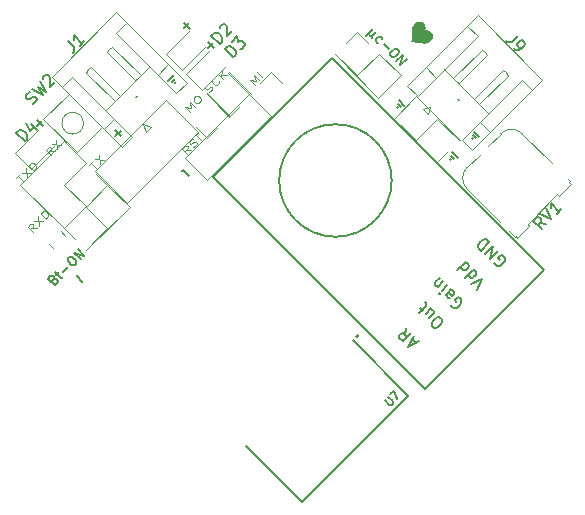
<source format=gto>
G04 #@! TF.GenerationSoftware,KiCad,Pcbnew,(7.0.0)*
G04 #@! TF.CreationDate,2023-04-27T15:14:50-06:00*
G04 #@! TF.ProjectId,Fonocardiograma_V3C,466f6e6f-6361-4726-9469-6f6772616d61,rev?*
G04 #@! TF.SameCoordinates,Original*
G04 #@! TF.FileFunction,Legend,Top*
G04 #@! TF.FilePolarity,Positive*
%FSLAX46Y46*%
G04 Gerber Fmt 4.6, Leading zero omitted, Abs format (unit mm)*
G04 Created by KiCad (PCBNEW (7.0.0)) date 2023-04-27 15:14:50*
%MOMM*%
%LPD*%
G01*
G04 APERTURE LIST*
%ADD10C,0.000000*%
%ADD11C,0.150000*%
%ADD12C,0.125000*%
%ADD13C,0.127000*%
%ADD14C,0.200000*%
%ADD15C,0.120000*%
%ADD16C,0.203200*%
G04 APERTURE END LIST*
D10*
G36*
X111413479Y-48289024D02*
G01*
X111422196Y-48289321D01*
X111431183Y-48289796D01*
X111449747Y-48291248D01*
X111468701Y-48293310D01*
X111487604Y-48295957D01*
X111505992Y-48299093D01*
X111514869Y-48300847D01*
X111523438Y-48302695D01*
X111531659Y-48304637D01*
X111539468Y-48306685D01*
X111566052Y-48314813D01*
X111592101Y-48324434D01*
X111617584Y-48335484D01*
X111642422Y-48347921D01*
X111666576Y-48361688D01*
X111689964Y-48376755D01*
X111712566Y-48393079D01*
X111734304Y-48410581D01*
X111755128Y-48429239D01*
X111774973Y-48449007D01*
X111793805Y-48469837D01*
X111811539Y-48491676D01*
X111828147Y-48514466D01*
X111843551Y-48538171D01*
X111857703Y-48562748D01*
X111870573Y-48588146D01*
X111880637Y-48610954D01*
X111889553Y-48634326D01*
X111897343Y-48658235D01*
X111903991Y-48682613D01*
X111909498Y-48707454D01*
X111913836Y-48732680D01*
X111917043Y-48758259D01*
X111919091Y-48784149D01*
X111919992Y-48810328D01*
X111919738Y-48836730D01*
X111918323Y-48863306D01*
X111915735Y-48890023D01*
X111911988Y-48916847D01*
X111907085Y-48943713D01*
X111901004Y-48970588D01*
X111893748Y-48997449D01*
X111892071Y-49003266D01*
X111890519Y-49008766D01*
X111889133Y-49013787D01*
X111887940Y-49018246D01*
X111887000Y-49022000D01*
X111886305Y-49024908D01*
X111886069Y-49026009D01*
X111885914Y-49026876D01*
X111885829Y-49027448D01*
X111885830Y-49027647D01*
X111885835Y-49027760D01*
X111885905Y-49027823D01*
X111885983Y-49027891D01*
X111886282Y-49027994D01*
X111886739Y-49028083D01*
X111887347Y-49028146D01*
X111888082Y-49028161D01*
X111888958Y-49028166D01*
X111891040Y-49028093D01*
X111893559Y-49027931D01*
X111896383Y-49027677D01*
X111899496Y-49027322D01*
X111902815Y-49026881D01*
X111906660Y-49026372D01*
X111911302Y-49025842D01*
X111922252Y-49024714D01*
X111934256Y-49023634D01*
X111945900Y-49022759D01*
X111985780Y-49021231D01*
X112024955Y-49022105D01*
X112063327Y-49025333D01*
X112100839Y-49030865D01*
X112137412Y-49038684D01*
X112172948Y-49048752D01*
X112207393Y-49061009D01*
X112240670Y-49075441D01*
X112272691Y-49091994D01*
X112303373Y-49110655D01*
X112332647Y-49131365D01*
X112360454Y-49154116D01*
X112386669Y-49178838D01*
X112411263Y-49205500D01*
X112434127Y-49234080D01*
X112455209Y-49264548D01*
X112466264Y-49282472D01*
X112476545Y-49300648D01*
X112486022Y-49319052D01*
X112494711Y-49337673D01*
X112502621Y-49356480D01*
X112509737Y-49375487D01*
X112516053Y-49394669D01*
X112521554Y-49414005D01*
X112526264Y-49433505D01*
X112530160Y-49453151D01*
X112533258Y-49472904D01*
X112535531Y-49492776D01*
X112536985Y-49512757D01*
X112537628Y-49532832D01*
X112537448Y-49552975D01*
X112536420Y-49573187D01*
X112535532Y-49584568D01*
X112534420Y-49595712D01*
X112533105Y-49606658D01*
X112531608Y-49617437D01*
X112529891Y-49628050D01*
X112527958Y-49638515D01*
X112525809Y-49648853D01*
X112523440Y-49659064D01*
X112520841Y-49669207D01*
X112518007Y-49679275D01*
X112514953Y-49689308D01*
X112511641Y-49699291D01*
X112508072Y-49709270D01*
X112504277Y-49719244D01*
X112500207Y-49729253D01*
X112495891Y-49739289D01*
X112488141Y-49756102D01*
X112479926Y-49772433D01*
X112471215Y-49788323D01*
X112461994Y-49803819D01*
X112452184Y-49818955D01*
X112441802Y-49833785D01*
X112430767Y-49848344D01*
X112419073Y-49862665D01*
X112406672Y-49876810D01*
X112393544Y-49890792D01*
X112379630Y-49904682D01*
X112364911Y-49918511D01*
X112349349Y-49932297D01*
X112332910Y-49946108D01*
X112315568Y-49959966D01*
X112297287Y-49973943D01*
X112259303Y-50001289D01*
X112221920Y-50026080D01*
X112184869Y-50048364D01*
X112147922Y-50068223D01*
X112110864Y-50085695D01*
X112073457Y-50100823D01*
X112035461Y-50113662D01*
X111996651Y-50124321D01*
X111956798Y-50132790D01*
X111915682Y-50139165D01*
X111873064Y-50143480D01*
X111828712Y-50145804D01*
X111782370Y-50146184D01*
X111733877Y-50144691D01*
X111682915Y-50141369D01*
X111629316Y-50136281D01*
X111567033Y-50129042D01*
X111497856Y-50119596D01*
X111403260Y-50105252D01*
X111264751Y-50083343D01*
X111113685Y-50059652D01*
X110987970Y-50040947D01*
X110877090Y-50025726D01*
X110770592Y-50012496D01*
X110770591Y-50012503D01*
X110760783Y-50011303D01*
X110751581Y-50010163D01*
X110743210Y-50009057D01*
X110735864Y-50008047D01*
X110729736Y-50007155D01*
X110725054Y-50006408D01*
X110721984Y-50005836D01*
X110721138Y-50005612D01*
X110720893Y-50005522D01*
X110720787Y-50005463D01*
X110720684Y-50005083D01*
X110720625Y-50004195D01*
X110720595Y-50001106D01*
X110720856Y-49990161D01*
X110721509Y-49974302D01*
X110722505Y-49955164D01*
X110728140Y-49843852D01*
X110732557Y-49724518D01*
X110736195Y-49581988D01*
X110739508Y-49401036D01*
X110741863Y-49275409D01*
X110743129Y-49226583D01*
X110744559Y-49184568D01*
X110746205Y-49147523D01*
X110748163Y-49113541D01*
X110750487Y-49080778D01*
X110753261Y-49047328D01*
X110755781Y-49020274D01*
X110758484Y-48993909D01*
X110761058Y-48971230D01*
X110762202Y-48962246D01*
X110763172Y-48955303D01*
X110769756Y-48916282D01*
X110777302Y-48878962D01*
X110785883Y-48843221D01*
X110795602Y-48808906D01*
X110806495Y-48775880D01*
X110818635Y-48744015D01*
X110832147Y-48713159D01*
X110847029Y-48683190D01*
X110863404Y-48653958D01*
X110881339Y-48625327D01*
X110900882Y-48597154D01*
X110922129Y-48569313D01*
X110945164Y-48541661D01*
X110970030Y-48514054D01*
X110996820Y-48486352D01*
X111025607Y-48458409D01*
X111046730Y-48439031D01*
X111067446Y-48421124D01*
X111087838Y-48404583D01*
X111107999Y-48389417D01*
X111128019Y-48375501D01*
X111137993Y-48368997D01*
X111147967Y-48362804D01*
X111157939Y-48356875D01*
X111167941Y-48351247D01*
X111177952Y-48345871D01*
X111188017Y-48340786D01*
X111200034Y-48335070D01*
X111212343Y-48329660D01*
X111224930Y-48324539D01*
X111237719Y-48319732D01*
X111250709Y-48315231D01*
X111263857Y-48311066D01*
X111277146Y-48307245D01*
X111290516Y-48303739D01*
X111303959Y-48300591D01*
X111317428Y-48297804D01*
X111330890Y-48295373D01*
X111344318Y-48293313D01*
X111357690Y-48291637D01*
X111370958Y-48290357D01*
X111384077Y-48289463D01*
X111397053Y-48288985D01*
X111405070Y-48288903D01*
X111413479Y-48289024D01*
G37*
D11*
X107441914Y-48910459D02*
X106876229Y-49476144D01*
X107414977Y-49476144D02*
X107388039Y-49556957D01*
X107388039Y-49556957D02*
X107414977Y-49637769D01*
X107145603Y-49206770D02*
X107118665Y-49287583D01*
X107118665Y-49287583D02*
X107145603Y-49368395D01*
X107145603Y-49368395D02*
X107253352Y-49476144D01*
X107253352Y-49476144D02*
X107334164Y-49503082D01*
X107334164Y-49503082D02*
X107414977Y-49476144D01*
X107414977Y-49476144D02*
X107711288Y-49179833D01*
X107926787Y-50095704D02*
X107845975Y-50068767D01*
X107845975Y-50068767D02*
X107738225Y-49961017D01*
X107738225Y-49961017D02*
X107711288Y-49880205D01*
X107711288Y-49880205D02*
X107711288Y-49826330D01*
X107711288Y-49826330D02*
X107738225Y-49745518D01*
X107738225Y-49745518D02*
X107899850Y-49583894D01*
X107899850Y-49583894D02*
X107980662Y-49556956D01*
X107980662Y-49556956D02*
X108034537Y-49556956D01*
X108034537Y-49556956D02*
X108115349Y-49583894D01*
X108115349Y-49583894D02*
X108223099Y-49691643D01*
X108223099Y-49691643D02*
X108250036Y-49772456D01*
X108357785Y-50149579D02*
X108788784Y-50580577D01*
X109516093Y-50607515D02*
X109623843Y-50715264D01*
X109623843Y-50715264D02*
X109650780Y-50796077D01*
X109650780Y-50796077D02*
X109650780Y-50903826D01*
X109650780Y-50903826D02*
X109569968Y-51038513D01*
X109569968Y-51038513D02*
X109381406Y-51227075D01*
X109381406Y-51227075D02*
X109246719Y-51307887D01*
X109246719Y-51307887D02*
X109138970Y-51307887D01*
X109138970Y-51307887D02*
X109058158Y-51280950D01*
X109058158Y-51280950D02*
X108950408Y-51173200D01*
X108950408Y-51173200D02*
X108923471Y-51092388D01*
X108923471Y-51092388D02*
X108923471Y-50984638D01*
X108923471Y-50984638D02*
X109004283Y-50849951D01*
X109004283Y-50849951D02*
X109192845Y-50661390D01*
X109192845Y-50661390D02*
X109327532Y-50580577D01*
X109327532Y-50580577D02*
X109435281Y-50580577D01*
X109435281Y-50580577D02*
X109516093Y-50607515D01*
X109435281Y-51658073D02*
X110000966Y-51092388D01*
X110000966Y-51092388D02*
X109758530Y-51981322D01*
X109758530Y-51981322D02*
X110324215Y-51415637D01*
D12*
X80502607Y-59266736D02*
X80112015Y-59253267D01*
X80179359Y-59589985D02*
X79755094Y-59165720D01*
X79755094Y-59165720D02*
X79970594Y-58950221D01*
X79970594Y-58950221D02*
X80044672Y-58916550D01*
X80044672Y-58916550D02*
X80091812Y-58909815D01*
X80091812Y-58909815D02*
X80159156Y-58923284D01*
X80159156Y-58923284D02*
X80219765Y-58983893D01*
X80219765Y-58983893D02*
X80233233Y-59051237D01*
X80233233Y-59051237D02*
X80226499Y-59098377D01*
X80226499Y-59098377D02*
X80192827Y-59172455D01*
X80192827Y-59172455D02*
X79977328Y-59387954D01*
X80266905Y-58653910D02*
X81068293Y-58701050D01*
X80644029Y-58276786D02*
X80691169Y-59078174D01*
X83453575Y-60400234D02*
X83776824Y-60076985D01*
X84039464Y-60662873D02*
X83615200Y-60238609D01*
X83911511Y-59942298D02*
X84712899Y-59989438D01*
X84288635Y-59565174D02*
X84335775Y-60366562D01*
X78978607Y-65743736D02*
X78588015Y-65730267D01*
X78655359Y-66066985D02*
X78231094Y-65642720D01*
X78231094Y-65642720D02*
X78446594Y-65427221D01*
X78446594Y-65427221D02*
X78520672Y-65393550D01*
X78520672Y-65393550D02*
X78567812Y-65386815D01*
X78567812Y-65386815D02*
X78635156Y-65400284D01*
X78635156Y-65400284D02*
X78695765Y-65460893D01*
X78695765Y-65460893D02*
X78709233Y-65528237D01*
X78709233Y-65528237D02*
X78702499Y-65575377D01*
X78702499Y-65575377D02*
X78668827Y-65649455D01*
X78668827Y-65649455D02*
X78453328Y-65864954D01*
X78742905Y-65130910D02*
X79544293Y-65178050D01*
X79120029Y-64753786D02*
X79167169Y-65555174D01*
X79759792Y-64962551D02*
X79335528Y-64538287D01*
X79335528Y-64538287D02*
X79470215Y-64403600D01*
X79470215Y-64403600D02*
X79571230Y-64342991D01*
X79571230Y-64342991D02*
X79665511Y-64329522D01*
X79665511Y-64329522D02*
X79732855Y-64342991D01*
X79732855Y-64342991D02*
X79840604Y-64396866D01*
X79840604Y-64396866D02*
X79901214Y-64457475D01*
X79901214Y-64457475D02*
X79955088Y-64565224D01*
X79955088Y-64565224D02*
X79968557Y-64632568D01*
X79968557Y-64632568D02*
X79955088Y-64726849D01*
X79955088Y-64726849D02*
X79894479Y-64827864D01*
X79894479Y-64827864D02*
X79759792Y-64962551D01*
X77261282Y-61532533D02*
X77584531Y-61209284D01*
X77847171Y-61795172D02*
X77422907Y-61370908D01*
X77719218Y-61074597D02*
X78520606Y-61121737D01*
X78096342Y-60697473D02*
X78143482Y-61498861D01*
X78736105Y-60906238D02*
X78311841Y-60481974D01*
X78311841Y-60481974D02*
X78446528Y-60347287D01*
X78446528Y-60347287D02*
X78547544Y-60286678D01*
X78547544Y-60286678D02*
X78641824Y-60273209D01*
X78641824Y-60273209D02*
X78709168Y-60286678D01*
X78709168Y-60286678D02*
X78816918Y-60340552D01*
X78816918Y-60340552D02*
X78877527Y-60401162D01*
X78877527Y-60401162D02*
X78931401Y-60508911D01*
X78931401Y-60508911D02*
X78944870Y-60576255D01*
X78944870Y-60576255D02*
X78931401Y-60670536D01*
X78931401Y-60670536D02*
X78870792Y-60771551D01*
X78870792Y-60771551D02*
X78736105Y-60906238D01*
D11*
X80421833Y-70123335D02*
X80529583Y-70069461D01*
X80529583Y-70069461D02*
X80583457Y-70069461D01*
X80583457Y-70069461D02*
X80664270Y-70096398D01*
X80664270Y-70096398D02*
X80745082Y-70177210D01*
X80745082Y-70177210D02*
X80772019Y-70258022D01*
X80772019Y-70258022D02*
X80772019Y-70311897D01*
X80772019Y-70311897D02*
X80745082Y-70392709D01*
X80745082Y-70392709D02*
X80529583Y-70608209D01*
X80529583Y-70608209D02*
X79963897Y-70042523D01*
X79963897Y-70042523D02*
X80152459Y-69853961D01*
X80152459Y-69853961D02*
X80233271Y-69827024D01*
X80233271Y-69827024D02*
X80287146Y-69827024D01*
X80287146Y-69827024D02*
X80367958Y-69853961D01*
X80367958Y-69853961D02*
X80421833Y-69907836D01*
X80421833Y-69907836D02*
X80448770Y-69988648D01*
X80448770Y-69988648D02*
X80448770Y-70042523D01*
X80448770Y-70042523D02*
X80421833Y-70123335D01*
X80421833Y-70123335D02*
X80233271Y-70311897D01*
X80637332Y-69746212D02*
X80852831Y-69530713D01*
X80529583Y-69476838D02*
X81014456Y-69961711D01*
X81014456Y-69961711D02*
X81095268Y-69988648D01*
X81095268Y-69988648D02*
X81176080Y-69961711D01*
X81176080Y-69961711D02*
X81229955Y-69907836D01*
X81203018Y-69503775D02*
X81634016Y-69072777D01*
X81660953Y-68345467D02*
X81768703Y-68237717D01*
X81768703Y-68237717D02*
X81849515Y-68210780D01*
X81849515Y-68210780D02*
X81957265Y-68210780D01*
X81957265Y-68210780D02*
X82091952Y-68291592D01*
X82091952Y-68291592D02*
X82280514Y-68480154D01*
X82280514Y-68480154D02*
X82361326Y-68614841D01*
X82361326Y-68614841D02*
X82361326Y-68722591D01*
X82361326Y-68722591D02*
X82334388Y-68803403D01*
X82334388Y-68803403D02*
X82226639Y-68911152D01*
X82226639Y-68911152D02*
X82145827Y-68938090D01*
X82145827Y-68938090D02*
X82038077Y-68938090D01*
X82038077Y-68938090D02*
X81903390Y-68857278D01*
X81903390Y-68857278D02*
X81714828Y-68668716D01*
X81714828Y-68668716D02*
X81634016Y-68534029D01*
X81634016Y-68534029D02*
X81634016Y-68426279D01*
X81634016Y-68426279D02*
X81660953Y-68345467D01*
X82711512Y-68426279D02*
X82145826Y-67860594D01*
X82145826Y-67860594D02*
X83034761Y-68103030D01*
X83034761Y-68103030D02*
X82469075Y-67537345D01*
X85661500Y-57975500D02*
X86106000Y-57531000D01*
X85629750Y-57499250D02*
X86137750Y-58007250D01*
X90408594Y-53377198D02*
X90678001Y-53107790D01*
X90678000Y-53467000D02*
X90767802Y-53377197D01*
X90139184Y-53287394D02*
X90588198Y-52838383D01*
X109563802Y-55229593D02*
X109833210Y-55498999D01*
X109474000Y-55499000D02*
X109563802Y-55588803D01*
X109653606Y-54960185D02*
X110102617Y-55409196D01*
X114090901Y-59629691D02*
X114360309Y-59899097D01*
X114001099Y-59899098D02*
X114090901Y-59988901D01*
X114180705Y-59360283D02*
X114629716Y-59809294D01*
X115935594Y-57896590D02*
X116205000Y-58166000D01*
X115845793Y-58165997D02*
X115935600Y-58255797D01*
X116025391Y-57627176D02*
X116474407Y-58076198D01*
D12*
X92059607Y-59139736D02*
X91669015Y-59126267D01*
X91736359Y-59462985D02*
X91312094Y-59038720D01*
X91312094Y-59038720D02*
X91527594Y-58823221D01*
X91527594Y-58823221D02*
X91601672Y-58789550D01*
X91601672Y-58789550D02*
X91648812Y-58782815D01*
X91648812Y-58782815D02*
X91716156Y-58796284D01*
X91716156Y-58796284D02*
X91776765Y-58856893D01*
X91776765Y-58856893D02*
X91790233Y-58924237D01*
X91790233Y-58924237D02*
X91783499Y-58971377D01*
X91783499Y-58971377D02*
X91749827Y-59045455D01*
X91749827Y-59045455D02*
X91534328Y-59260954D01*
X92254904Y-58904033D02*
X92355919Y-58843424D01*
X92355919Y-58843424D02*
X92490606Y-58708737D01*
X92490606Y-58708737D02*
X92524278Y-58634659D01*
X92524278Y-58634659D02*
X92531012Y-58587519D01*
X92531012Y-58587519D02*
X92517543Y-58520176D01*
X92517543Y-58520176D02*
X92477137Y-58479769D01*
X92477137Y-58479769D02*
X92409794Y-58466301D01*
X92409794Y-58466301D02*
X92362653Y-58473035D01*
X92362653Y-58473035D02*
X92288575Y-58506707D01*
X92288575Y-58506707D02*
X92160623Y-58594253D01*
X92160623Y-58594253D02*
X92086545Y-58627925D01*
X92086545Y-58627925D02*
X92039404Y-58634659D01*
X92039404Y-58634659D02*
X91972061Y-58621191D01*
X91972061Y-58621191D02*
X91931655Y-58580785D01*
X91931655Y-58580785D02*
X91918186Y-58513441D01*
X91918186Y-58513441D02*
X91924920Y-58466301D01*
X91924920Y-58466301D02*
X91958592Y-58392223D01*
X91958592Y-58392223D02*
X92093279Y-58257536D01*
X92093279Y-58257536D02*
X92194294Y-58196927D01*
X92335716Y-58015099D02*
X92658965Y-57691850D01*
X92921604Y-58277739D02*
X92497340Y-57853475D01*
X97451359Y-53620985D02*
X97027094Y-53196720D01*
X97027094Y-53196720D02*
X97518702Y-53311204D01*
X97518702Y-53311204D02*
X97404218Y-52819597D01*
X97404218Y-52819597D02*
X97828482Y-53243861D01*
X98097856Y-52974487D02*
X97673592Y-52550223D01*
X91990359Y-55906985D02*
X91566094Y-55482720D01*
X91566094Y-55482720D02*
X92057702Y-55597204D01*
X92057702Y-55597204D02*
X91943218Y-55105597D01*
X91943218Y-55105597D02*
X92367482Y-55529861D01*
X92320342Y-54728473D02*
X92428092Y-54620723D01*
X92428092Y-54620723D02*
X92502169Y-54587052D01*
X92502169Y-54587052D02*
X92596450Y-54573583D01*
X92596450Y-54573583D02*
X92704200Y-54627458D01*
X92704200Y-54627458D02*
X92845621Y-54768879D01*
X92845621Y-54768879D02*
X92899496Y-54876629D01*
X92899496Y-54876629D02*
X92886027Y-54970910D01*
X92886027Y-54970910D02*
X92852356Y-55044988D01*
X92852356Y-55044988D02*
X92744606Y-55152737D01*
X92744606Y-55152737D02*
X92670528Y-55186409D01*
X92670528Y-55186409D02*
X92576247Y-55199878D01*
X92576247Y-55199878D02*
X92468498Y-55146003D01*
X92468498Y-55146003D02*
X92327076Y-55004581D01*
X92327076Y-55004581D02*
X92273201Y-54896832D01*
X92273201Y-54896832D02*
X92286670Y-54802551D01*
X92286670Y-54802551D02*
X92320342Y-54728473D01*
X93594218Y-54262719D02*
X93695233Y-54202110D01*
X93695233Y-54202110D02*
X93829920Y-54067423D01*
X93829920Y-54067423D02*
X93863592Y-53993345D01*
X93863592Y-53993345D02*
X93870326Y-53946204D01*
X93870326Y-53946204D02*
X93856858Y-53878861D01*
X93856858Y-53878861D02*
X93816452Y-53838455D01*
X93816452Y-53838455D02*
X93749108Y-53824986D01*
X93749108Y-53824986D02*
X93701968Y-53831720D01*
X93701968Y-53831720D02*
X93627890Y-53865392D01*
X93627890Y-53865392D02*
X93499937Y-53952939D01*
X93499937Y-53952939D02*
X93425859Y-53986611D01*
X93425859Y-53986611D02*
X93378719Y-53993345D01*
X93378719Y-53993345D02*
X93311375Y-53979876D01*
X93311375Y-53979876D02*
X93270969Y-53939470D01*
X93270969Y-53939470D02*
X93257501Y-53872127D01*
X93257501Y-53872127D02*
X93264235Y-53824986D01*
X93264235Y-53824986D02*
X93297907Y-53750908D01*
X93297907Y-53750908D02*
X93432594Y-53616221D01*
X93432594Y-53616221D02*
X93533609Y-53555612D01*
X94462949Y-53353581D02*
X94456215Y-53400722D01*
X94456215Y-53400722D02*
X94395606Y-53501737D01*
X94395606Y-53501737D02*
X94341731Y-53555612D01*
X94341731Y-53555612D02*
X94240716Y-53616221D01*
X94240716Y-53616221D02*
X94146435Y-53629690D01*
X94146435Y-53629690D02*
X94079092Y-53616221D01*
X94079092Y-53616221D02*
X93971342Y-53562346D01*
X93971342Y-53562346D02*
X93910733Y-53501737D01*
X93910733Y-53501737D02*
X93856858Y-53393988D01*
X93856858Y-53393988D02*
X93843389Y-53326644D01*
X93843389Y-53326644D02*
X93856858Y-53232363D01*
X93856858Y-53232363D02*
X93917467Y-53131348D01*
X93917467Y-53131348D02*
X93971342Y-53077473D01*
X93971342Y-53077473D02*
X94072357Y-53016864D01*
X94072357Y-53016864D02*
X94119498Y-53010130D01*
X94745792Y-53151551D02*
X94321528Y-52727287D01*
X95069041Y-52828302D02*
X94584168Y-52828302D01*
X94644777Y-52404038D02*
X94563965Y-52969723D01*
D11*
X93472000Y-50038000D02*
X93980000Y-50546000D01*
X93503750Y-50514250D02*
X93948250Y-50069750D01*
X91440000Y-48387000D02*
X91948000Y-48895000D01*
X91471750Y-48863250D02*
X91916250Y-48418750D01*
X79025750Y-57118250D02*
X79470250Y-56673750D01*
X78994000Y-56642000D02*
X79502000Y-57150000D01*
X108452832Y-80328052D02*
X108853894Y-80729113D01*
X108853894Y-80729113D02*
X108924670Y-80752705D01*
X108924670Y-80752705D02*
X108971854Y-80752705D01*
X108971854Y-80752705D02*
X109042629Y-80729113D01*
X109042629Y-80729113D02*
X109136997Y-80634746D01*
X109136997Y-80634746D02*
X109160589Y-80563970D01*
X109160589Y-80563970D02*
X109160589Y-80516787D01*
X109160589Y-80516787D02*
X109136997Y-80446011D01*
X109136997Y-80446011D02*
X108735935Y-80044949D01*
X108924670Y-79856214D02*
X109254956Y-79525928D01*
X109254956Y-79525928D02*
X109538059Y-80233684D01*
X119718626Y-49481968D02*
X119213550Y-49987044D01*
X119213550Y-49987044D02*
X119078863Y-50054388D01*
X119078863Y-50054388D02*
X118944176Y-50054388D01*
X118944176Y-50054388D02*
X118809489Y-49987044D01*
X118809489Y-49987044D02*
X118742146Y-49919701D01*
X119381909Y-50559464D02*
X119516596Y-50694151D01*
X119516596Y-50694151D02*
X119617611Y-50727823D01*
X119617611Y-50727823D02*
X119684955Y-50727823D01*
X119684955Y-50727823D02*
X119853314Y-50694151D01*
X119853314Y-50694151D02*
X120021672Y-50593136D01*
X120021672Y-50593136D02*
X120291046Y-50323762D01*
X120291046Y-50323762D02*
X120324718Y-50222747D01*
X120324718Y-50222747D02*
X120324718Y-50155403D01*
X120324718Y-50155403D02*
X120291046Y-50054388D01*
X120291046Y-50054388D02*
X120156359Y-49919701D01*
X120156359Y-49919701D02*
X120055344Y-49886029D01*
X120055344Y-49886029D02*
X119988001Y-49886029D01*
X119988001Y-49886029D02*
X119886985Y-49919701D01*
X119886985Y-49919701D02*
X119718627Y-50088060D01*
X119718627Y-50088060D02*
X119684955Y-50189075D01*
X119684955Y-50189075D02*
X119684955Y-50256418D01*
X119684955Y-50256418D02*
X119718627Y-50357434D01*
X119718627Y-50357434D02*
X119853314Y-50492121D01*
X119853314Y-50492121D02*
X119954329Y-50525792D01*
X119954329Y-50525792D02*
X120021672Y-50525792D01*
X120021672Y-50525792D02*
X120122688Y-50492121D01*
X78658297Y-55270914D02*
X78792984Y-55203570D01*
X78792984Y-55203570D02*
X78961342Y-55035212D01*
X78961342Y-55035212D02*
X78995014Y-54934196D01*
X78995014Y-54934196D02*
X78995014Y-54866853D01*
X78995014Y-54866853D02*
X78961342Y-54765838D01*
X78961342Y-54765838D02*
X78893999Y-54698494D01*
X78893999Y-54698494D02*
X78792984Y-54664822D01*
X78792984Y-54664822D02*
X78725640Y-54664822D01*
X78725640Y-54664822D02*
X78624625Y-54698494D01*
X78624625Y-54698494D02*
X78456266Y-54799509D01*
X78456266Y-54799509D02*
X78355251Y-54833181D01*
X78355251Y-54833181D02*
X78287907Y-54833181D01*
X78287907Y-54833181D02*
X78186892Y-54799509D01*
X78186892Y-54799509D02*
X78119549Y-54732166D01*
X78119549Y-54732166D02*
X78085877Y-54631151D01*
X78085877Y-54631151D02*
X78085877Y-54563807D01*
X78085877Y-54563807D02*
X78119549Y-54462792D01*
X78119549Y-54462792D02*
X78287907Y-54294433D01*
X78287907Y-54294433D02*
X78422594Y-54227090D01*
X78624625Y-53957716D02*
X79500090Y-54496464D01*
X79500090Y-54496464D02*
X79129701Y-53856700D01*
X79129701Y-53856700D02*
X79769464Y-54227090D01*
X79769464Y-54227090D02*
X79230716Y-53351624D01*
X79533762Y-53183265D02*
X79533762Y-53115922D01*
X79533762Y-53115922D02*
X79567434Y-53014907D01*
X79567434Y-53014907D02*
X79735793Y-52846548D01*
X79735793Y-52846548D02*
X79836808Y-52812876D01*
X79836808Y-52812876D02*
X79904151Y-52812876D01*
X79904151Y-52812876D02*
X80005167Y-52846548D01*
X80005167Y-52846548D02*
X80072510Y-52913891D01*
X80072510Y-52913891D02*
X80139854Y-53048578D01*
X80139854Y-53048578D02*
X80139854Y-53856700D01*
X80139854Y-53856700D02*
X80577586Y-53418968D01*
X77969865Y-58439689D02*
X77262758Y-57732582D01*
X77262758Y-57732582D02*
X77431117Y-57564223D01*
X77431117Y-57564223D02*
X77565804Y-57496880D01*
X77565804Y-57496880D02*
X77700491Y-57496880D01*
X77700491Y-57496880D02*
X77801506Y-57530552D01*
X77801506Y-57530552D02*
X77969865Y-57631567D01*
X77969865Y-57631567D02*
X78070881Y-57732582D01*
X78070881Y-57732582D02*
X78171896Y-57900941D01*
X78171896Y-57900941D02*
X78205568Y-58001956D01*
X78205568Y-58001956D02*
X78205568Y-58136643D01*
X78205568Y-58136643D02*
X78138224Y-58271330D01*
X78138224Y-58271330D02*
X77969865Y-58439689D01*
X78508613Y-56958132D02*
X78980018Y-57429536D01*
X78070881Y-56857117D02*
X78407598Y-57530552D01*
X78407598Y-57530552D02*
X78845331Y-57092819D01*
X81612968Y-49953373D02*
X82118044Y-50458449D01*
X82118044Y-50458449D02*
X82185388Y-50593136D01*
X82185388Y-50593136D02*
X82185388Y-50727823D01*
X82185388Y-50727823D02*
X82118044Y-50862510D01*
X82118044Y-50862510D02*
X82050701Y-50929853D01*
X83027182Y-49953372D02*
X82623121Y-50357433D01*
X82825151Y-50155403D02*
X82118044Y-49448296D01*
X82118044Y-49448296D02*
X82151716Y-49616655D01*
X82151716Y-49616655D02*
X82151716Y-49751342D01*
X82151716Y-49751342D02*
X82118044Y-49852357D01*
X94479865Y-50184689D02*
X93772758Y-49477582D01*
X93772758Y-49477582D02*
X93941117Y-49309223D01*
X93941117Y-49309223D02*
X94075804Y-49241880D01*
X94075804Y-49241880D02*
X94210491Y-49241880D01*
X94210491Y-49241880D02*
X94311506Y-49275552D01*
X94311506Y-49275552D02*
X94479865Y-49376567D01*
X94479865Y-49376567D02*
X94580881Y-49477582D01*
X94580881Y-49477582D02*
X94681896Y-49645941D01*
X94681896Y-49645941D02*
X94715568Y-49746956D01*
X94715568Y-49746956D02*
X94715568Y-49881643D01*
X94715568Y-49881643D02*
X94648224Y-50016330D01*
X94648224Y-50016330D02*
X94479865Y-50184689D01*
X94513537Y-48871491D02*
X94513537Y-48804147D01*
X94513537Y-48804147D02*
X94547209Y-48703132D01*
X94547209Y-48703132D02*
X94715568Y-48534773D01*
X94715568Y-48534773D02*
X94816583Y-48501101D01*
X94816583Y-48501101D02*
X94883926Y-48501101D01*
X94883926Y-48501101D02*
X94984942Y-48534773D01*
X94984942Y-48534773D02*
X95052285Y-48602117D01*
X95052285Y-48602117D02*
X95119629Y-48736804D01*
X95119629Y-48736804D02*
X95119629Y-49544926D01*
X95119629Y-49544926D02*
X95557361Y-49107193D01*
X111113777Y-75503598D02*
X110777060Y-75166880D01*
X111383151Y-75368911D02*
X110440342Y-75840315D01*
X110440342Y-75840315D02*
X110911747Y-74897506D01*
X110271983Y-74257743D02*
X110170968Y-74830163D01*
X110676044Y-74661804D02*
X109968937Y-75368911D01*
X109968937Y-75368911D02*
X109699563Y-75099537D01*
X109699563Y-75099537D02*
X109665892Y-74998522D01*
X109665892Y-74998522D02*
X109665892Y-74931178D01*
X109665892Y-74931178D02*
X109699563Y-74830163D01*
X109699563Y-74830163D02*
X109800579Y-74729148D01*
X109800579Y-74729148D02*
X109901594Y-74695476D01*
X109901594Y-74695476D02*
X109968937Y-74695476D01*
X109968937Y-74695476D02*
X110069953Y-74729148D01*
X110069953Y-74729148D02*
X110339327Y-74998522D01*
X114048312Y-72268941D02*
X114081983Y-72369957D01*
X114081983Y-72369957D02*
X114182999Y-72470972D01*
X114182999Y-72470972D02*
X114317686Y-72538315D01*
X114317686Y-72538315D02*
X114452373Y-72538315D01*
X114452373Y-72538315D02*
X114553388Y-72504644D01*
X114553388Y-72504644D02*
X114721747Y-72403628D01*
X114721747Y-72403628D02*
X114822762Y-72302613D01*
X114822762Y-72302613D02*
X114923777Y-72134254D01*
X114923777Y-72134254D02*
X114957449Y-72033239D01*
X114957449Y-72033239D02*
X114957449Y-71898552D01*
X114957449Y-71898552D02*
X114890105Y-71763865D01*
X114890105Y-71763865D02*
X114822762Y-71696522D01*
X114822762Y-71696522D02*
X114688075Y-71629178D01*
X114688075Y-71629178D02*
X114620731Y-71629178D01*
X114620731Y-71629178D02*
X114385029Y-71864880D01*
X114385029Y-71864880D02*
X114519716Y-71999567D01*
X114081983Y-70955743D02*
X113711594Y-71326132D01*
X113711594Y-71326132D02*
X113677922Y-71427148D01*
X113677922Y-71427148D02*
X113711594Y-71528163D01*
X113711594Y-71528163D02*
X113846281Y-71662850D01*
X113846281Y-71662850D02*
X113947296Y-71696522D01*
X114048312Y-70989415D02*
X114149327Y-71023087D01*
X114149327Y-71023087D02*
X114317686Y-71191445D01*
X114317686Y-71191445D02*
X114351357Y-71292461D01*
X114351357Y-71292461D02*
X114317686Y-71393476D01*
X114317686Y-71393476D02*
X114250342Y-71460819D01*
X114250342Y-71460819D02*
X114149327Y-71494491D01*
X114149327Y-71494491D02*
X114048312Y-71460819D01*
X114048312Y-71460819D02*
X113879953Y-71292461D01*
X113879953Y-71292461D02*
X113778938Y-71258789D01*
X113745266Y-70619026D02*
X113273861Y-71090430D01*
X113038159Y-71326132D02*
X113105502Y-71326132D01*
X113105502Y-71326132D02*
X113105502Y-71258789D01*
X113105502Y-71258789D02*
X113038159Y-71258789D01*
X113038159Y-71258789D02*
X113038159Y-71326132D01*
X113038159Y-71326132D02*
X113105502Y-71258789D01*
X112937144Y-70753713D02*
X113408549Y-70282308D01*
X113004488Y-70686369D02*
X112937144Y-70686369D01*
X112937144Y-70686369D02*
X112836129Y-70652698D01*
X112836129Y-70652698D02*
X112735114Y-70551682D01*
X112735114Y-70551682D02*
X112701442Y-70450667D01*
X112701442Y-70450667D02*
X112735114Y-70349652D01*
X112735114Y-70349652D02*
X113105503Y-69979263D01*
X112599342Y-74189315D02*
X112464655Y-74054628D01*
X112464655Y-74054628D02*
X112430983Y-73953613D01*
X112430983Y-73953613D02*
X112430983Y-73818926D01*
X112430983Y-73818926D02*
X112531999Y-73650567D01*
X112531999Y-73650567D02*
X112767701Y-73414865D01*
X112767701Y-73414865D02*
X112936060Y-73313850D01*
X112936060Y-73313850D02*
X113070747Y-73313850D01*
X113070747Y-73313850D02*
X113171762Y-73347522D01*
X113171762Y-73347522D02*
X113306449Y-73482209D01*
X113306449Y-73482209D02*
X113340121Y-73583224D01*
X113340121Y-73583224D02*
X113340121Y-73717911D01*
X113340121Y-73717911D02*
X113239105Y-73886270D01*
X113239105Y-73886270D02*
X113003403Y-74121972D01*
X113003403Y-74121972D02*
X112835044Y-74222987D01*
X112835044Y-74222987D02*
X112700357Y-74222987D01*
X112700357Y-74222987D02*
X112599342Y-74189315D01*
X111925907Y-73044476D02*
X112397312Y-72573071D01*
X112228953Y-73347522D02*
X112599342Y-72977132D01*
X112599342Y-72977132D02*
X112633014Y-72876117D01*
X112633014Y-72876117D02*
X112599342Y-72775102D01*
X112599342Y-72775102D02*
X112498327Y-72674087D01*
X112498327Y-72674087D02*
X112397312Y-72640415D01*
X112397312Y-72640415D02*
X112329968Y-72640415D01*
X111690205Y-72808774D02*
X111420831Y-72539400D01*
X111353487Y-72943461D02*
X111959579Y-72337369D01*
X111959579Y-72337369D02*
X111993250Y-72236354D01*
X111993250Y-72236354D02*
X111959579Y-72135339D01*
X111959579Y-72135339D02*
X111892235Y-72067995D01*
X116264044Y-70996018D02*
X116735449Y-70053209D01*
X116735449Y-70053209D02*
X115792640Y-70524613D01*
X115960998Y-69278758D02*
X115253892Y-69985865D01*
X115927327Y-69312430D02*
X116028342Y-69346102D01*
X116028342Y-69346102D02*
X116163029Y-69480789D01*
X116163029Y-69480789D02*
X116196701Y-69581804D01*
X116196701Y-69581804D02*
X116196701Y-69649148D01*
X116196701Y-69649148D02*
X116163029Y-69750163D01*
X116163029Y-69750163D02*
X115960998Y-69952193D01*
X115960998Y-69952193D02*
X115859983Y-69985865D01*
X115859983Y-69985865D02*
X115792640Y-69985865D01*
X115792640Y-69985865D02*
X115691624Y-69952193D01*
X115691624Y-69952193D02*
X115556937Y-69817506D01*
X115556937Y-69817506D02*
X115523266Y-69716491D01*
X115321235Y-68638995D02*
X114614128Y-69346102D01*
X115287563Y-68672667D02*
X115388579Y-68706338D01*
X115388579Y-68706338D02*
X115523266Y-68841025D01*
X115523266Y-68841025D02*
X115556937Y-68942041D01*
X115556937Y-68942041D02*
X115556937Y-69009384D01*
X115556937Y-69009384D02*
X115523266Y-69110399D01*
X115523266Y-69110399D02*
X115321235Y-69312430D01*
X115321235Y-69312430D02*
X115220220Y-69346102D01*
X115220220Y-69346102D02*
X115152876Y-69346102D01*
X115152876Y-69346102D02*
X115051861Y-69312430D01*
X115051861Y-69312430D02*
X114917174Y-69177743D01*
X114917174Y-69177743D02*
X114883502Y-69076728D01*
X117731312Y-68712941D02*
X117764983Y-68813957D01*
X117764983Y-68813957D02*
X117865999Y-68914972D01*
X117865999Y-68914972D02*
X118000686Y-68982315D01*
X118000686Y-68982315D02*
X118135373Y-68982315D01*
X118135373Y-68982315D02*
X118236388Y-68948644D01*
X118236388Y-68948644D02*
X118404747Y-68847628D01*
X118404747Y-68847628D02*
X118505762Y-68746613D01*
X118505762Y-68746613D02*
X118606777Y-68578254D01*
X118606777Y-68578254D02*
X118640449Y-68477239D01*
X118640449Y-68477239D02*
X118640449Y-68342552D01*
X118640449Y-68342552D02*
X118573105Y-68207865D01*
X118573105Y-68207865D02*
X118505762Y-68140522D01*
X118505762Y-68140522D02*
X118371075Y-68073178D01*
X118371075Y-68073178D02*
X118303731Y-68073178D01*
X118303731Y-68073178D02*
X118068029Y-68308880D01*
X118068029Y-68308880D02*
X118202716Y-68443567D01*
X118068029Y-67702789D02*
X117360922Y-68409896D01*
X117360922Y-68409896D02*
X117663968Y-67298728D01*
X117663968Y-67298728D02*
X116956861Y-68005835D01*
X117327251Y-66962010D02*
X116620144Y-67669117D01*
X116620144Y-67669117D02*
X116451785Y-67500758D01*
X116451785Y-67500758D02*
X116384442Y-67366071D01*
X116384442Y-67366071D02*
X116384442Y-67231384D01*
X116384442Y-67231384D02*
X116418113Y-67130369D01*
X116418113Y-67130369D02*
X116519129Y-66962010D01*
X116519129Y-66962010D02*
X116620144Y-66860995D01*
X116620144Y-66860995D02*
X116788503Y-66759980D01*
X116788503Y-66759980D02*
X116889518Y-66726308D01*
X116889518Y-66726308D02*
X117024205Y-66726308D01*
X117024205Y-66726308D02*
X117158892Y-66793652D01*
X117158892Y-66793652D02*
X117327251Y-66962010D01*
X95622865Y-51327689D02*
X94915758Y-50620582D01*
X94915758Y-50620582D02*
X95084117Y-50452223D01*
X95084117Y-50452223D02*
X95218804Y-50384880D01*
X95218804Y-50384880D02*
X95353491Y-50384880D01*
X95353491Y-50384880D02*
X95454506Y-50418552D01*
X95454506Y-50418552D02*
X95622865Y-50519567D01*
X95622865Y-50519567D02*
X95723881Y-50620582D01*
X95723881Y-50620582D02*
X95824896Y-50788941D01*
X95824896Y-50788941D02*
X95858568Y-50889956D01*
X95858568Y-50889956D02*
X95858568Y-51024643D01*
X95858568Y-51024643D02*
X95791224Y-51159330D01*
X95791224Y-51159330D02*
X95622865Y-51327689D01*
X95555522Y-49980819D02*
X95993255Y-49543086D01*
X95993255Y-49543086D02*
X96026926Y-50048162D01*
X96026926Y-50048162D02*
X96127942Y-49947147D01*
X96127942Y-49947147D02*
X96228957Y-49913475D01*
X96228957Y-49913475D02*
X96296300Y-49913475D01*
X96296300Y-49913475D02*
X96397316Y-49947147D01*
X96397316Y-49947147D02*
X96565674Y-50115506D01*
X96565674Y-50115506D02*
X96599346Y-50216521D01*
X96599346Y-50216521D02*
X96599346Y-50283865D01*
X96599346Y-50283865D02*
X96565674Y-50384880D01*
X96565674Y-50384880D02*
X96363644Y-50586910D01*
X96363644Y-50586910D02*
X96262629Y-50620582D01*
X96262629Y-50620582D02*
X96195285Y-50620582D01*
X122139880Y-65450674D02*
X121567460Y-65349659D01*
X121735819Y-65854735D02*
X121028712Y-65147628D01*
X121028712Y-65147628D02*
X121298086Y-64878254D01*
X121298086Y-64878254D02*
X121399102Y-64844582D01*
X121399102Y-64844582D02*
X121466445Y-64844582D01*
X121466445Y-64844582D02*
X121567460Y-64878254D01*
X121567460Y-64878254D02*
X121668476Y-64979270D01*
X121668476Y-64979270D02*
X121702147Y-65080285D01*
X121702147Y-65080285D02*
X121702147Y-65147628D01*
X121702147Y-65147628D02*
X121668476Y-65248644D01*
X121668476Y-65248644D02*
X121399102Y-65518018D01*
X121634804Y-64541537D02*
X122577613Y-65012941D01*
X122577613Y-65012941D02*
X122106208Y-64070132D01*
X123419407Y-64171147D02*
X123015346Y-64575208D01*
X123217376Y-64373178D02*
X122510269Y-63666071D01*
X122510269Y-63666071D02*
X122543941Y-63834430D01*
X122543941Y-63834430D02*
X122543941Y-63969117D01*
X122543941Y-63969117D02*
X122510269Y-64070132D01*
D13*
X110459221Y-79979301D02*
X101478965Y-88959557D01*
X105735748Y-75255828D02*
X110459221Y-79979301D01*
X91848171Y-61368251D02*
X91367338Y-60887418D01*
X91367338Y-60887418D02*
X91275414Y-60979342D01*
X82479006Y-69775750D02*
X82387082Y-69867674D01*
X101478965Y-88959557D02*
X96755492Y-84236084D01*
X82387082Y-69867674D02*
X82867915Y-70348507D01*
D14*
X106242333Y-74943994D02*
G75*
G03*
X106242333Y-74943994I-99999J0D01*
G01*
D15*
X81304096Y-65786000D02*
X82244548Y-64845548D01*
X82244548Y-66726452D02*
X81304096Y-65786000D01*
X83142574Y-67624478D02*
X83185000Y-67666904D01*
X83142574Y-67624478D02*
X84981051Y-65786000D01*
X83185000Y-67666904D02*
X86861955Y-63989949D01*
X83142574Y-63947522D02*
X84981051Y-62109045D01*
X84981051Y-65786000D02*
X83142574Y-63947522D01*
X84981051Y-62109045D02*
X86861955Y-63989949D01*
X106128549Y-49160535D02*
X107069001Y-50100987D01*
X105188097Y-50100987D02*
X106128549Y-49160535D01*
X104290071Y-50999013D02*
X104247645Y-51041439D01*
X104290071Y-50999013D02*
X106128549Y-52837490D01*
X104247645Y-51041439D02*
X107924600Y-54718394D01*
X107967027Y-50999013D02*
X109805504Y-52837490D01*
X106128549Y-52837490D02*
X107967027Y-50999013D01*
X109805504Y-52837490D02*
X107924600Y-54718394D01*
X80386210Y-67455657D02*
X80016743Y-67086190D01*
X81425657Y-66416210D02*
X81056190Y-66046743D01*
X116325487Y-47760648D02*
X121784352Y-53219512D01*
X115462817Y-48623318D02*
X116325487Y-49485989D01*
X110371648Y-53714487D02*
X116325487Y-47760648D01*
X116325487Y-49485989D02*
X112789954Y-53021523D01*
X113497060Y-52314416D02*
X117230584Y-56047940D01*
X112789954Y-53021523D02*
X111927283Y-52158852D01*
X112789954Y-53021523D02*
X111234319Y-54577157D01*
X111234319Y-54577157D02*
X110371648Y-53714487D01*
X116671970Y-50652715D02*
X116954813Y-50822420D01*
X114253665Y-53071020D02*
X116671970Y-50652715D01*
X111658583Y-55694386D02*
X112082847Y-56118650D01*
X116954813Y-50822420D02*
X117124518Y-51105263D01*
X114479939Y-53297294D02*
X114253665Y-53071020D01*
X112294979Y-55482254D02*
X111658583Y-55694386D01*
X112082847Y-56118650D02*
X112294979Y-55482254D01*
X117124518Y-51105263D02*
X114706213Y-53523568D01*
X114706213Y-53523568D02*
X114479939Y-53297294D01*
X114600147Y-54831716D02*
X114713284Y-54944853D01*
X118439737Y-52420482D02*
X118722579Y-52590187D01*
X116021432Y-54838787D02*
X118439737Y-52420482D01*
X118722579Y-52590187D02*
X118892285Y-52873030D01*
X116247706Y-55065061D02*
X116021432Y-54838787D01*
X118892285Y-52873030D02*
X116473980Y-55291335D01*
X116473980Y-55291335D02*
X116247706Y-55065061D01*
X120059011Y-53219512D02*
X116523477Y-56755046D01*
X116523477Y-56755046D02*
X117386148Y-57617717D01*
X114967842Y-58310681D02*
X116523477Y-56755046D01*
X121784352Y-53219512D02*
X115830513Y-59173352D01*
X120921682Y-54082183D02*
X120059011Y-53219512D01*
X115830513Y-59173352D02*
X114967842Y-58310681D01*
X81688447Y-54421126D02*
X79567126Y-56542447D01*
X79567126Y-56542447D02*
X82395553Y-59370874D01*
X84516874Y-57249553D02*
X81688447Y-54421126D01*
X82395553Y-59370874D02*
X84516874Y-57249553D01*
X82957810Y-56896000D02*
G75*
G03*
X82957810Y-56896000I-915810J0D01*
G01*
X77126959Y-59437396D02*
X78484604Y-60795041D01*
X78484604Y-60795041D02*
X80506929Y-58772716D01*
X79149284Y-57415071D02*
X77126959Y-59437396D01*
X98826006Y-52582090D02*
X99766458Y-53522542D01*
X97885554Y-53522542D02*
X98826006Y-52582090D01*
X96987528Y-54420568D02*
X91556948Y-59851148D01*
X96987528Y-54420568D02*
X98868432Y-56301472D01*
X91556948Y-59851148D02*
X93437852Y-61732052D01*
X98868432Y-56301472D02*
X93437852Y-61732052D01*
X84964027Y-62103000D02*
X84023575Y-63043452D01*
X84023575Y-61162548D02*
X84964027Y-62103000D01*
X83125549Y-60264522D02*
X81287072Y-58426045D01*
X83125549Y-60264522D02*
X81287072Y-62103000D01*
X81287072Y-58426045D02*
X77610117Y-62103000D01*
X83125549Y-63941478D02*
X81287072Y-65779955D01*
X81287072Y-62103000D02*
X83125549Y-63941478D01*
X81287072Y-65779955D02*
X77610117Y-62103000D01*
X86603299Y-63657707D02*
X83916293Y-60970701D01*
X86603299Y-63657707D02*
X92613707Y-57647299D01*
X89926701Y-54960293D02*
X83916293Y-60970701D01*
X89926701Y-54960293D02*
X92613707Y-57647299D01*
X95250000Y-56338504D02*
X94309548Y-55398052D01*
X96190452Y-55398052D02*
X95250000Y-56338504D01*
X97088478Y-54500026D02*
X97130904Y-54457600D01*
X97088478Y-54500026D02*
X95207574Y-52619122D01*
X97130904Y-54457600D02*
X95250000Y-52576696D01*
X95207574Y-52619122D02*
X95250000Y-52576696D01*
X80272648Y-52965513D02*
X85731512Y-47506648D01*
X81135318Y-53828183D02*
X81997989Y-52965513D01*
X86226487Y-58919352D02*
X80272648Y-52965513D01*
X81997989Y-52965513D02*
X85533523Y-56501046D01*
X84826416Y-55793940D02*
X88559940Y-52060416D01*
X85533523Y-56501046D02*
X84670852Y-57363717D01*
X85533523Y-56501046D02*
X87089157Y-58056681D01*
X87089157Y-58056681D02*
X86226487Y-58919352D01*
X83164715Y-52619030D02*
X83334420Y-52336187D01*
X85583020Y-55037335D02*
X83164715Y-52619030D01*
X88206386Y-57632417D02*
X88630650Y-57208153D01*
X83334420Y-52336187D02*
X83617263Y-52166482D01*
X85809294Y-54811061D02*
X85583020Y-55037335D01*
X87994254Y-56996021D02*
X88206386Y-57632417D01*
X88630650Y-57208153D02*
X87994254Y-56996021D01*
X83617263Y-52166482D02*
X86035568Y-54584787D01*
X86035568Y-54584787D02*
X85809294Y-54811061D01*
X87343716Y-54690853D02*
X87456853Y-54577716D01*
X84932482Y-50851263D02*
X85102187Y-50568421D01*
X87350787Y-53269568D02*
X84932482Y-50851263D01*
X85102187Y-50568421D02*
X85385030Y-50398715D01*
X87577061Y-53043294D02*
X87350787Y-53269568D01*
X85385030Y-50398715D02*
X87803335Y-52817020D01*
X87803335Y-52817020D02*
X87577061Y-53043294D01*
X85731512Y-49231989D02*
X89267046Y-52767523D01*
X89267046Y-52767523D02*
X90129717Y-51904852D01*
X90822681Y-54323158D02*
X89267046Y-52767523D01*
X85731512Y-47506648D02*
X91685352Y-53460487D01*
X86594183Y-48369318D02*
X85731512Y-49231989D01*
X91685352Y-53460487D02*
X90822681Y-54323158D01*
X112915562Y-60186466D02*
X111975110Y-59246014D01*
X113856014Y-59246014D02*
X112915562Y-60186466D01*
X114754040Y-58347988D02*
X114796466Y-58305562D01*
X114754040Y-58347988D02*
X112915562Y-56509511D01*
X114796466Y-58305562D02*
X111119511Y-54628607D01*
X111077084Y-58347988D02*
X109238607Y-56509511D01*
X112915562Y-56509511D02*
X111077084Y-58347988D01*
X109238607Y-56509511D02*
X111119511Y-54628607D01*
X89953959Y-51055396D02*
X91311604Y-52413041D01*
X91311604Y-52413041D02*
X93333929Y-50390716D01*
X91976284Y-49033071D02*
X89953959Y-51055396D01*
D16*
X111872688Y-79385575D02*
X93912175Y-61425062D01*
X121930575Y-69327688D02*
X111872688Y-79385575D01*
X93912175Y-61425062D02*
X103970062Y-51367175D01*
X103970062Y-51367175D02*
X121930575Y-69327688D01*
X109046871Y-61739371D02*
G75*
G03*
X109046871Y-61739371I-4762500J0D01*
G01*
D15*
X93378774Y-54397122D02*
X93421200Y-54354696D01*
X95302104Y-56235600D02*
X93421200Y-54354696D01*
X95259678Y-56278026D02*
X93378774Y-54397122D01*
X95259678Y-56278026D02*
X95302104Y-56235600D01*
X94361652Y-57176052D02*
X93421200Y-58116504D01*
X93421200Y-58116504D02*
X92480748Y-57176052D01*
X91604959Y-52706396D02*
X92962604Y-54064041D01*
X92962604Y-54064041D02*
X94984929Y-52041716D01*
X93627284Y-50684071D02*
X91604959Y-52706396D01*
X115441416Y-60611843D02*
G75*
G03*
X115441416Y-62464463I926310J-926310D01*
G01*
X120122463Y-57783416D02*
G75*
G03*
X118269843Y-57783416I-926310J-926310D01*
G01*
X118255701Y-65278748D02*
X115441416Y-62464463D01*
X119478996Y-66502043D02*
X118991092Y-66014139D01*
X119549706Y-66431332D02*
X119478996Y-66502043D01*
X119691128Y-66572753D02*
X119549706Y-66431332D01*
X115441416Y-60611843D02*
X116495005Y-59558254D01*
X120553798Y-65427240D02*
X120695219Y-65568662D01*
X120695219Y-65568662D02*
X119691128Y-66572753D01*
X117216254Y-58837005D02*
X118269843Y-57783416D01*
X123085240Y-62895798D02*
X120553798Y-65427240D01*
X123085240Y-62895798D02*
X123226662Y-63037219D01*
X124089332Y-61891706D02*
X124160043Y-61820996D01*
X124230753Y-62033128D02*
X123226662Y-63037219D01*
X124230753Y-62033128D02*
X124089332Y-61891706D01*
X120122463Y-57783416D02*
X122625621Y-60286574D01*
X124160043Y-61820996D02*
X123983266Y-61644219D01*
M02*

</source>
